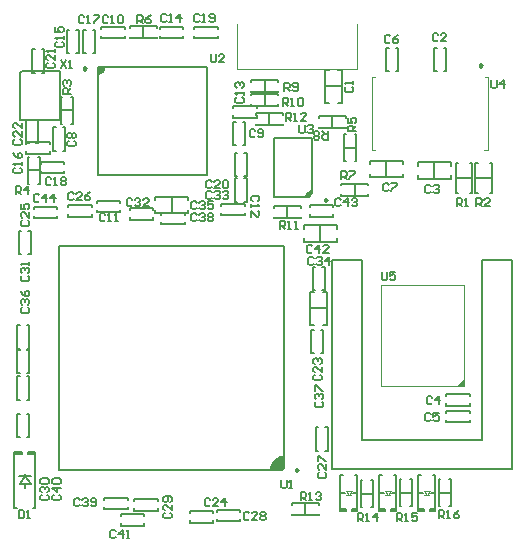
<source format=gto>
%FSLAX25Y25*%
%MOIN*%
G70*
G01*
G75*
%ADD33C,0.01000*%
%ADD34C,0.00591*%
%ADD45C,0.00984*%
%ADD46C,0.00787*%
%ADD47C,0.00394*%
%ADD48C,0.00394*%
%ADD49C,0.00197*%
G36*
X385780Y273268D02*
X383500D01*
X385780Y275547D01*
Y273268D01*
D02*
G37*
G36*
X325812Y249429D02*
X325764Y245880D01*
X325026Y245104D01*
X321571Y245313D01*
X321571Y246673D01*
X324327Y249429D01*
X325812Y249429D01*
D02*
G37*
G36*
X266252Y378429D02*
X265071Y377248D01*
X263890D01*
Y379610D01*
X266252D01*
Y378429D01*
D02*
G37*
G36*
X334118Y336157D02*
X333331D01*
Y336549D01*
X333630Y337273D01*
X334184Y337826D01*
X334908Y338126D01*
X335299D01*
X334118Y336157D01*
D02*
G37*
D33*
X392000Y380000D02*
X391250Y380433D01*
Y379567D01*
X392000Y380000D01*
D34*
X283937Y231532D02*
Y232319D01*
X276063Y231532D02*
X283937D01*
X276063D02*
Y232319D01*
Y234681D02*
Y235469D01*
X283937D01*
Y234681D02*
Y235469D01*
X368000Y233000D02*
X368500D01*
Y242000D01*
X368000D02*
X368500D01*
X364500D02*
X365000D01*
X364500Y233000D02*
Y242000D01*
Y233000D02*
X365000D01*
X364500Y237500D02*
X368500D01*
X381000Y233000D02*
X381500D01*
Y242000D01*
X381000D02*
X381500D01*
X377500D02*
X378000D01*
X377500Y233000D02*
Y242000D01*
Y233000D02*
X378000D01*
X377500Y237500D02*
X381500D01*
X355000Y232736D02*
X355500D01*
Y241736D01*
X355000D02*
X355500D01*
X351500D02*
X352000D01*
X351500Y232736D02*
Y241736D01*
Y232736D02*
X352000D01*
X351500Y237236D02*
X355500D01*
X337500Y233500D02*
Y234000D01*
X328500D02*
X337500D01*
X328500Y233500D02*
Y234000D01*
Y230000D02*
Y230500D01*
Y230000D02*
X337500D01*
Y230500D01*
X333000Y230000D02*
Y234000D01*
X361500Y231500D02*
Y232000D01*
Y231500D02*
X363256D01*
Y232000D01*
X359500Y231500D02*
Y232000D01*
X357744Y231500D02*
X359500D01*
X357744D02*
Y232000D01*
X362500Y243500D02*
X363256D01*
Y231594D02*
Y243500D01*
X361500Y232000D02*
X363256D01*
X357744D02*
X359500D01*
X357744Y231594D02*
Y243500D01*
X358500D01*
X357744Y237500D02*
X359122D01*
X361878D02*
X363256D01*
X348500Y231500D02*
Y232000D01*
Y231500D02*
X350256D01*
Y232000D01*
X346500Y231500D02*
Y232000D01*
X344744Y231500D02*
X346500D01*
X344744D02*
Y232000D01*
X349500Y243500D02*
X350256D01*
Y231594D02*
Y243500D01*
X348500Y232000D02*
X350256D01*
X344744D02*
X346500D01*
X344744Y231594D02*
Y243500D01*
X345500D01*
X344744Y237500D02*
X346122D01*
X348878D02*
X350256D01*
X374500Y231500D02*
Y232000D01*
Y231500D02*
X376256D01*
Y232000D01*
X372500Y231500D02*
Y232000D01*
X370744Y231500D02*
X372500D01*
X370744D02*
Y232000D01*
X375500Y243500D02*
X376256D01*
Y231594D02*
Y243500D01*
X374500Y232000D02*
X376256D01*
X370744D02*
X372500D01*
X370744Y231594D02*
Y243500D01*
X371500D01*
X370744Y237500D02*
X372122D01*
X374878D02*
X376256D01*
X244000Y340500D02*
X244500D01*
Y349500D01*
X244000D02*
X244500D01*
X240500D02*
X241000D01*
X240500Y340500D02*
Y349500D01*
Y340500D02*
X241000D01*
X240500Y345000D02*
X244500D01*
X240063Y353681D02*
Y354468D01*
X247937D01*
Y353681D02*
Y354468D01*
Y350532D02*
Y351319D01*
X240063Y350532D02*
X247937D01*
X240063D02*
Y351319D01*
X256681Y391937D02*
X257469D01*
Y384063D02*
Y391937D01*
X256681Y384063D02*
X257469D01*
X253532D02*
X254319D01*
X253532D02*
Y391937D01*
X254319D01*
X262181D02*
X262968D01*
Y384063D02*
Y391937D01*
X262181Y384063D02*
X262968D01*
X259032D02*
X259819D01*
X259032D02*
Y391937D01*
X259819D01*
X274500Y389000D02*
Y389500D01*
Y389000D02*
X283500D01*
Y389500D01*
Y392500D02*
Y393000D01*
X274500D02*
X283500D01*
X274500Y392500D02*
Y393000D01*
X279000Y389000D02*
Y393000D01*
X309531Y343063D02*
X310319D01*
X309531D02*
Y350937D01*
X310319D01*
X312681D02*
X313469D01*
Y343063D02*
Y350937D01*
X312681Y343063D02*
X313469D01*
X325500Y363500D02*
Y364000D01*
X316500D02*
X325500D01*
X316500Y363500D02*
Y364000D01*
Y360000D02*
Y360500D01*
Y360000D02*
X325500D01*
Y360500D01*
X321000Y360000D02*
Y364000D01*
X346500Y362500D02*
Y363000D01*
X337500D02*
X346500D01*
X337500Y362500D02*
Y363000D01*
Y359000D02*
Y359500D01*
Y359000D02*
X346500D01*
Y359500D01*
X342000Y359000D02*
Y363000D01*
X345000Y336500D02*
Y337000D01*
Y336500D02*
X354000D01*
Y337000D01*
Y340000D02*
Y340500D01*
X345000D02*
X354000D01*
X345000Y340000D02*
Y340500D01*
X349500Y336500D02*
Y340500D01*
Y348000D02*
X350000D01*
Y357000D01*
X349500D02*
X350000D01*
X346000D02*
X346500D01*
X346000Y348000D02*
Y357000D01*
Y348000D02*
X346500D01*
X346000Y352500D02*
X350000D01*
X344075Y367488D02*
X345256D01*
Y378512D01*
X344075D02*
X345256D01*
X339744D02*
X340925D01*
X339744Y367488D02*
Y378512D01*
Y367488D02*
X340925D01*
X339744Y373000D02*
X345256D01*
X379181Y385937D02*
X379969D01*
Y378063D02*
Y385937D01*
X379181Y378063D02*
X379969D01*
X376031D02*
X376819D01*
X376031D02*
Y385937D01*
X376819D01*
X370488Y342244D02*
Y343425D01*
Y342244D02*
X381512D01*
Y343425D01*
Y346575D02*
Y347756D01*
X370488D02*
X381512D01*
X370488Y346575D02*
Y347756D01*
X376000Y342244D02*
Y347756D01*
X387937Y266531D02*
Y267319D01*
X380063Y266531D02*
X387937D01*
X380063D02*
Y267319D01*
Y269681D02*
Y270468D01*
X387937D01*
Y269681D02*
Y270468D01*
X380063Y264181D02*
Y264968D01*
X387937D01*
Y264181D02*
Y264968D01*
Y261032D02*
Y261819D01*
X380063Y261032D02*
X387937D01*
X380063D02*
Y261819D01*
X363181Y385937D02*
X363968D01*
Y378063D02*
Y385937D01*
X363181Y378063D02*
X363968D01*
X360032D02*
X360819D01*
X360032D02*
Y385937D01*
X360819D01*
X354488Y342744D02*
Y343925D01*
Y342744D02*
X365512D01*
Y343925D01*
Y347075D02*
Y348256D01*
X354488D02*
X365512D01*
X354488Y347075D02*
Y348256D01*
X360000Y342744D02*
Y348256D01*
X249031Y351563D02*
X249819D01*
X249031D02*
Y359437D01*
X249819D01*
X252181D02*
X252969D01*
Y351563D02*
Y359437D01*
X252181Y351563D02*
X252969D01*
X312181Y361205D02*
X312968D01*
Y353331D02*
Y361205D01*
X312181Y353331D02*
X312968D01*
X309032D02*
X309819D01*
X309032D02*
Y361205D01*
X309819D01*
X272937Y389032D02*
Y389819D01*
X265063Y389032D02*
X272937D01*
X265063D02*
Y389819D01*
Y392181D02*
Y392969D01*
X272937D01*
Y392181D02*
Y392969D01*
X263563Y334181D02*
Y334968D01*
X271437D01*
Y334181D02*
Y334968D01*
Y331031D02*
Y331819D01*
X263563Y331031D02*
X271437D01*
X263563D02*
Y331819D01*
X309531Y334563D02*
X310319D01*
X309531D02*
Y342437D01*
X310319D01*
X312681D02*
X313469D01*
Y334563D02*
Y342437D01*
X312681Y334563D02*
X313469D01*
X316937Y362531D02*
Y363319D01*
X309063Y362531D02*
X316937D01*
X309063D02*
Y363319D01*
Y365681D02*
Y366469D01*
X316937D01*
Y365681D02*
Y366469D01*
X284563Y392181D02*
Y392969D01*
X292437D01*
Y392181D02*
Y392969D01*
Y389032D02*
Y389819D01*
X284563Y389032D02*
X292437D01*
X284563D02*
Y389819D01*
X296063Y392181D02*
Y392969D01*
X303937D01*
Y392181D02*
Y392969D01*
Y389032D02*
Y389819D01*
X296063Y389032D02*
X303937D01*
X296063D02*
Y389819D01*
X245181Y385437D02*
X245969D01*
Y377563D02*
Y385437D01*
X245181Y377563D02*
X245969D01*
X242032D02*
X242819D01*
X242032D02*
Y385437D01*
X242819D01*
X240032Y354063D02*
X240819D01*
X240032D02*
Y361937D01*
X240819D01*
X243181D02*
X243969D01*
Y354063D02*
Y361937D01*
X243181Y354063D02*
X243969D01*
X339681Y259437D02*
X340469D01*
Y251563D02*
Y259437D01*
X339681Y251563D02*
X340469D01*
X336531D02*
X337319D01*
X336531D02*
Y259437D01*
X337319D01*
X240181Y263937D02*
X240968D01*
Y256063D02*
Y263937D01*
X240181Y256063D02*
X240968D01*
X237032D02*
X237819D01*
X237032D02*
Y263937D01*
X237819D01*
X335531Y305063D02*
X336319D01*
X335531D02*
Y312937D01*
X336319D01*
X338681D02*
X339469D01*
Y305063D02*
Y312937D01*
X338681Y305063D02*
X339469D01*
X343512Y325575D02*
Y326756D01*
X332488D02*
X343512D01*
X332488Y325575D02*
Y326756D01*
Y321244D02*
Y322425D01*
Y321244D02*
X343512D01*
Y322425D01*
X338000Y321244D02*
Y326756D01*
X383244Y347500D02*
X384000D01*
X383244Y337500D02*
Y347500D01*
Y337500D02*
X384000D01*
X388000D02*
X388756D01*
Y347500D01*
X388000D02*
X388756D01*
X383244Y342500D02*
X388756D01*
X389744Y347500D02*
X390500D01*
X389744Y337500D02*
Y347500D01*
Y337500D02*
X390500D01*
X394500D02*
X395256D01*
Y347500D01*
X394500D02*
X395256D01*
X389744Y342500D02*
X395256D01*
X334563Y332681D02*
Y333469D01*
X342437D01*
Y332681D02*
Y333469D01*
Y329532D02*
Y330319D01*
X334563Y329532D02*
X342437D01*
X334563D02*
Y330319D01*
X339075Y293488D02*
X340256D01*
Y304512D01*
X339075D02*
X340256D01*
X334744D02*
X335925D01*
X334744Y293488D02*
Y304512D01*
Y293488D02*
X335925D01*
X334744Y299000D02*
X340256D01*
X338181Y291937D02*
X338968D01*
Y284063D02*
Y291937D01*
X338181Y284063D02*
X338968D01*
X335032D02*
X335819D01*
X335032D02*
Y291937D01*
X335819D01*
X294563Y230681D02*
Y231469D01*
X302437D01*
Y230681D02*
Y231469D01*
Y227532D02*
Y228319D01*
X294563Y227532D02*
X302437D01*
X294563D02*
Y228319D01*
X303563Y231181D02*
Y231968D01*
X311437D01*
Y231181D02*
Y231968D01*
Y228031D02*
Y228819D01*
X303563Y228031D02*
X311437D01*
X303563D02*
Y228819D01*
X266063Y235181D02*
Y235968D01*
X273937D01*
Y235181D02*
Y235968D01*
Y232031D02*
Y232819D01*
X266063Y232031D02*
X273937D01*
X266063D02*
Y232819D01*
X279437Y226532D02*
Y227319D01*
X271563Y226532D02*
X279437D01*
X271563D02*
Y227319D01*
Y229681D02*
Y230469D01*
X279437D01*
Y229681D02*
Y230469D01*
X235894Y232445D02*
X236842D01*
X235894D02*
Y250500D01*
Y251000D01*
X238500D01*
Y250500D02*
Y251000D01*
X235894Y250500D02*
X238500D01*
X240500D02*
X243106D01*
X240500D02*
Y251000D01*
X243106D01*
Y250500D02*
Y251000D01*
Y232445D02*
Y250500D01*
X242158Y232445D02*
X243106D01*
X240681Y324937D02*
X241469D01*
Y317063D02*
Y324937D01*
X240681Y317063D02*
X241469D01*
X237531D02*
X238319D01*
X237531D02*
Y324937D01*
X238319D01*
X237032Y285563D02*
X237819D01*
X237032D02*
Y293437D01*
X237819D01*
X240181D02*
X240968D01*
Y285563D02*
Y293437D01*
X240181Y285563D02*
X240968D01*
X240181Y285205D02*
X240968D01*
Y277331D02*
Y285205D01*
X240181Y277331D02*
X240968D01*
X237032D02*
X237819D01*
X237032D02*
Y285205D01*
X237819D01*
X240181Y276437D02*
X240968D01*
Y268563D02*
Y276437D01*
X240181Y268563D02*
X240968D01*
X237032D02*
X237819D01*
X237032D02*
Y276437D01*
X237819D01*
X322500Y329000D02*
Y329500D01*
Y329000D02*
X331500D01*
Y329500D01*
Y332500D02*
Y333000D01*
X322500D02*
X331500D01*
X322500Y332500D02*
Y333000D01*
X327000Y329000D02*
Y333000D01*
X305063Y333181D02*
Y333968D01*
X312937D01*
Y333181D02*
Y333968D01*
Y330031D02*
Y330819D01*
X305063Y330031D02*
X312937D01*
X305063D02*
Y330819D01*
X255000Y360500D02*
X255500D01*
Y369500D01*
X255000D02*
X255500D01*
X251500D02*
X252000D01*
X251500Y360500D02*
Y369500D01*
Y360500D02*
X252000D01*
X251500Y365000D02*
X255500D01*
X244795Y347181D02*
Y347969D01*
X252669D01*
Y347181D02*
Y347969D01*
Y344032D02*
Y344819D01*
X244795Y344032D02*
X252669D01*
X244795D02*
Y344819D01*
X250437Y329031D02*
Y329819D01*
X242563Y329031D02*
X250437D01*
X242563D02*
Y329819D01*
Y332181D02*
Y332968D01*
X250437D01*
Y332181D02*
Y332968D01*
X261937Y329532D02*
Y330319D01*
X254063Y329532D02*
X261937D01*
X254063D02*
Y330319D01*
Y332681D02*
Y333469D01*
X261937D01*
Y332681D02*
Y333469D01*
X282437Y328532D02*
Y329319D01*
X274563Y328532D02*
X282437D01*
X274563D02*
Y329319D01*
Y331681D02*
Y332469D01*
X282437D01*
Y331681D02*
Y332469D01*
X292937Y327031D02*
Y327819D01*
X285063Y327031D02*
X292937D01*
X285063D02*
Y327819D01*
Y330181D02*
Y330968D01*
X292937D01*
Y330181D02*
Y330968D01*
X282988Y330744D02*
Y331925D01*
Y330744D02*
X294012D01*
Y331925D01*
Y335075D02*
Y336256D01*
X282988D02*
X294012D01*
X282988Y335075D02*
Y336256D01*
X288500Y330744D02*
Y336256D01*
X315000Y366500D02*
Y367000D01*
Y366500D02*
X324000D01*
Y367000D01*
Y370000D02*
Y370500D01*
X315000D02*
X324000D01*
X315000Y370000D02*
Y370500D01*
X319500Y366500D02*
Y370500D01*
X315000Y371000D02*
Y371500D01*
Y371000D02*
X324000D01*
Y371500D01*
Y374500D02*
Y375000D01*
X315000D02*
X324000D01*
X315000Y374500D02*
Y375000D01*
X319500Y371000D02*
Y375000D01*
X286204Y230837D02*
X285745Y230378D01*
Y229459D01*
X286204Y229000D01*
X288041D01*
X288500Y229459D01*
Y230378D01*
X288041Y230837D01*
X288500Y233592D02*
Y231755D01*
X286663Y233592D01*
X286204D01*
X285745Y233133D01*
Y232214D01*
X286204Y231755D01*
X288041Y234510D02*
X288500Y234969D01*
Y235888D01*
X288041Y236347D01*
X286204D01*
X285745Y235888D01*
Y234969D01*
X286204Y234510D01*
X286663D01*
X287123Y234969D01*
Y236347D01*
X377500Y229000D02*
Y231755D01*
X378877D01*
X379337Y231296D01*
Y230378D01*
X378877Y229918D01*
X377500D01*
X378418D02*
X379337Y229000D01*
X380255D02*
X381173D01*
X380714D01*
Y231755D01*
X380255Y231296D01*
X384388Y231755D02*
X383469Y231296D01*
X382551Y230378D01*
Y229459D01*
X383010Y229000D01*
X383928D01*
X384388Y229459D01*
Y229918D01*
X383928Y230378D01*
X382551D01*
X363500Y228000D02*
Y230755D01*
X364878D01*
X365337Y230296D01*
Y229378D01*
X364878Y228918D01*
X363500D01*
X364418D02*
X365337Y228000D01*
X366255D02*
X367173D01*
X366714D01*
Y230755D01*
X366255Y230296D01*
X370388Y230755D02*
X368551D01*
Y229378D01*
X369469Y229837D01*
X369928D01*
X370388Y229378D01*
Y228459D01*
X369928Y228000D01*
X369010D01*
X368551Y228459D01*
X350500Y228000D02*
Y230755D01*
X351877D01*
X352337Y230296D01*
Y229378D01*
X351877Y228918D01*
X350500D01*
X351418D02*
X352337Y228000D01*
X353255D02*
X354173D01*
X353714D01*
Y230755D01*
X353255Y230296D01*
X356928Y228000D02*
Y230755D01*
X355551Y229378D01*
X357388D01*
X331500Y235000D02*
Y237755D01*
X332877D01*
X333337Y237296D01*
Y236378D01*
X332877Y235918D01*
X331500D01*
X332418D02*
X333337Y235000D01*
X334255D02*
X335173D01*
X334714D01*
Y237755D01*
X334255Y237296D01*
X336551D02*
X337010Y237755D01*
X337928D01*
X338388Y237296D01*
Y236837D01*
X337928Y236378D01*
X337469D01*
X337928D01*
X338388Y235918D01*
Y235459D01*
X337928Y235000D01*
X337010D01*
X336551Y235459D01*
X251500Y381755D02*
X253337Y379000D01*
Y381755D02*
X251500Y379000D01*
X254255D02*
X255173D01*
X254714D01*
Y381755D01*
X254255Y381296D01*
X358500Y311255D02*
Y308959D01*
X358959Y308500D01*
X359877D01*
X360337Y308959D01*
Y311255D01*
X363092D02*
X361255D01*
Y309877D01*
X362173Y310337D01*
X362632D01*
X363092Y309877D01*
Y308959D01*
X362632Y308500D01*
X361714D01*
X361255Y308959D01*
X395000Y375255D02*
Y372959D01*
X395459Y372500D01*
X396377D01*
X396837Y372959D01*
Y375255D01*
X399132Y372500D02*
Y375255D01*
X397755Y373878D01*
X399592D01*
X331000Y360255D02*
Y357959D01*
X331459Y357500D01*
X332378D01*
X332837Y357959D01*
Y360255D01*
X333755Y359796D02*
X334214Y360255D01*
X335133D01*
X335592Y359796D01*
Y359337D01*
X335133Y358877D01*
X334673D01*
X335133D01*
X335592Y358418D01*
Y357959D01*
X335133Y357500D01*
X334214D01*
X333755Y357959D01*
X301500Y383755D02*
Y381459D01*
X301959Y381000D01*
X302877D01*
X303337Y381459D01*
Y383755D01*
X306092Y381000D02*
X304255D01*
X306092Y382837D01*
Y383296D01*
X305632Y383755D01*
X304714D01*
X304255Y383296D01*
X325000Y241755D02*
Y239459D01*
X325459Y239000D01*
X326378D01*
X326837Y239459D01*
Y241755D01*
X327755Y239000D02*
X328673D01*
X328214D01*
Y241755D01*
X327755Y241296D01*
X326500Y361500D02*
Y364255D01*
X327877D01*
X328337Y363796D01*
Y362877D01*
X327877Y362418D01*
X326500D01*
X327418D02*
X328337Y361500D01*
X329255D02*
X330173D01*
X329714D01*
Y364255D01*
X329255Y363796D01*
X333388Y361500D02*
X331551D01*
X333388Y363337D01*
Y363796D01*
X332928Y364255D01*
X332010D01*
X331551Y363796D01*
X324500Y325500D02*
Y328255D01*
X325877D01*
X326337Y327796D01*
Y326877D01*
X325877Y326418D01*
X324500D01*
X325418D02*
X326337Y325500D01*
X327255D02*
X328173D01*
X327714D01*
Y328255D01*
X327255Y327796D01*
X329551Y325500D02*
X330469D01*
X330010D01*
Y328255D01*
X329551Y327796D01*
X325500Y366500D02*
Y369255D01*
X326877D01*
X327337Y368796D01*
Y367878D01*
X326877Y367418D01*
X325500D01*
X326418D02*
X327337Y366500D01*
X328255D02*
X329173D01*
X328714D01*
Y369255D01*
X328255Y368796D01*
X330551D02*
X331010Y369255D01*
X331928D01*
X332388Y368796D01*
Y366959D01*
X331928Y366500D01*
X331010D01*
X330551Y366959D01*
Y368796D01*
X326000Y371500D02*
Y374255D01*
X327378D01*
X327837Y373796D01*
Y372878D01*
X327378Y372418D01*
X326000D01*
X326918D02*
X327837Y371500D01*
X328755Y371959D02*
X329214Y371500D01*
X330133D01*
X330592Y371959D01*
Y373796D01*
X330133Y374255D01*
X329214D01*
X328755Y373796D01*
Y373337D01*
X329214Y372878D01*
X330592D01*
X340500Y358000D02*
Y355245D01*
X339123D01*
X338663Y355704D01*
Y356623D01*
X339123Y357082D01*
X340500D01*
X339582D02*
X338663Y358000D01*
X337745Y355704D02*
X337286Y355245D01*
X336368D01*
X335908Y355704D01*
Y356163D01*
X336368Y356623D01*
X335908Y357082D01*
Y357541D01*
X336368Y358000D01*
X337286D01*
X337745Y357541D01*
Y357082D01*
X337286Y356623D01*
X337745Y356163D01*
Y355704D01*
X337286Y356623D02*
X336368D01*
X345000Y342000D02*
Y344755D01*
X346377D01*
X346837Y344296D01*
Y343377D01*
X346377Y342918D01*
X345000D01*
X345918D02*
X346837Y342000D01*
X347755Y344755D02*
X349592D01*
Y344296D01*
X347755Y342459D01*
Y342000D01*
X277000Y394000D02*
Y396755D01*
X278378D01*
X278837Y396296D01*
Y395377D01*
X278378Y394918D01*
X277000D01*
X277918D02*
X278837Y394000D01*
X281592Y396755D02*
X280673Y396296D01*
X279755Y395377D01*
Y394459D01*
X280214Y394000D01*
X281133D01*
X281592Y394459D01*
Y394918D01*
X281133Y395377D01*
X279755D01*
X350000Y358000D02*
X347245D01*
Y359378D01*
X347704Y359837D01*
X348622D01*
X349082Y359378D01*
Y358000D01*
Y358918D02*
X350000Y359837D01*
X347245Y362592D02*
Y360755D01*
X348622D01*
X348163Y361673D01*
Y362133D01*
X348622Y362592D01*
X349541D01*
X350000Y362133D01*
Y361214D01*
X349541Y360755D01*
X236500Y337000D02*
Y339755D01*
X237877D01*
X238337Y339296D01*
Y338377D01*
X237877Y337918D01*
X236500D01*
X237418D02*
X238337Y337000D01*
X240633D02*
Y339755D01*
X239255Y338377D01*
X241092D01*
X255000Y370500D02*
X252245D01*
Y371878D01*
X252704Y372337D01*
X253623D01*
X254082Y371878D01*
Y370500D01*
Y371418D02*
X255000Y372337D01*
X252704Y373255D02*
X252245Y373714D01*
Y374633D01*
X252704Y375092D01*
X253163D01*
X253623Y374633D01*
Y374173D01*
Y374633D01*
X254082Y375092D01*
X254541D01*
X255000Y374633D01*
Y373714D01*
X254541Y373255D01*
X390000Y333000D02*
Y335755D01*
X391377D01*
X391837Y335296D01*
Y334378D01*
X391377Y333918D01*
X390000D01*
X390918D02*
X391837Y333000D01*
X394592D02*
X392755D01*
X394592Y334837D01*
Y335296D01*
X394132Y335755D01*
X393214D01*
X392755Y335296D01*
X383500Y333000D02*
Y335755D01*
X384877D01*
X385337Y335296D01*
Y334378D01*
X384877Y333918D01*
X383500D01*
X384418D02*
X385337Y333000D01*
X386255D02*
X387173D01*
X386714D01*
Y335755D01*
X386255Y335296D01*
X237500Y231755D02*
Y229000D01*
X238878D01*
X239337Y229459D01*
Y231296D01*
X238878Y231755D01*
X237500D01*
X240255Y229000D02*
X241173D01*
X240714D01*
Y231755D01*
X240255Y231296D01*
X244337Y336796D02*
X243878Y337255D01*
X242959D01*
X242500Y336796D01*
Y334959D01*
X242959Y334500D01*
X243878D01*
X244337Y334959D01*
X246633Y334500D02*
Y337255D01*
X245255Y335877D01*
X247092D01*
X249388Y334500D02*
Y337255D01*
X248010Y335877D01*
X249847D01*
X344837Y335296D02*
X344377Y335755D01*
X343459D01*
X343000Y335296D01*
Y333459D01*
X343459Y333000D01*
X344377D01*
X344837Y333459D01*
X347132Y333000D02*
Y335755D01*
X345755Y334378D01*
X347592D01*
X348510Y335296D02*
X348969Y335755D01*
X349888D01*
X350347Y335296D01*
Y334837D01*
X349888Y334378D01*
X349428D01*
X349888D01*
X350347Y333918D01*
Y333459D01*
X349888Y333000D01*
X348969D01*
X348510Y333459D01*
X335337Y319796D02*
X334877Y320255D01*
X333959D01*
X333500Y319796D01*
Y317959D01*
X333959Y317500D01*
X334877D01*
X335337Y317959D01*
X337632Y317500D02*
Y320255D01*
X336255Y318878D01*
X338092D01*
X340847Y317500D02*
X339010D01*
X340847Y319337D01*
Y319796D01*
X340388Y320255D01*
X339469D01*
X339010Y319796D01*
X269837Y224796D02*
X269377Y225255D01*
X268459D01*
X268000Y224796D01*
Y222959D01*
X268459Y222500D01*
X269377D01*
X269837Y222959D01*
X272132Y222500D02*
Y225255D01*
X270755Y223878D01*
X272592D01*
X273510Y222500D02*
X274428D01*
X273969D01*
Y225255D01*
X273510Y224796D01*
X249204Y236837D02*
X248745Y236378D01*
Y235459D01*
X249204Y235000D01*
X251041D01*
X251500Y235459D01*
Y236378D01*
X251041Y236837D01*
X251500Y239132D02*
X248745D01*
X250122Y237755D01*
Y239592D01*
X249204Y240510D02*
X248745Y240969D01*
Y241888D01*
X249204Y242347D01*
X251041D01*
X251500Y241888D01*
Y240969D01*
X251041Y240510D01*
X249204D01*
X257837Y235296D02*
X257378Y235755D01*
X256459D01*
X256000Y235296D01*
Y233459D01*
X256459Y233000D01*
X257378D01*
X257837Y233459D01*
X258755Y235296D02*
X259214Y235755D01*
X260133D01*
X260592Y235296D01*
Y234837D01*
X260133Y234378D01*
X259673D01*
X260133D01*
X260592Y233918D01*
Y233459D01*
X260133Y233000D01*
X259214D01*
X258755Y233459D01*
X261510D02*
X261969Y233000D01*
X262888D01*
X263347Y233459D01*
Y235296D01*
X262888Y235755D01*
X261969D01*
X261510Y235296D01*
Y234837D01*
X261969Y234378D01*
X263347D01*
X296837Y330296D02*
X296377Y330755D01*
X295459D01*
X295000Y330296D01*
Y328459D01*
X295459Y328000D01*
X296377D01*
X296837Y328459D01*
X297755Y330296D02*
X298214Y330755D01*
X299132D01*
X299592Y330296D01*
Y329837D01*
X299132Y329378D01*
X298673D01*
X299132D01*
X299592Y328918D01*
Y328459D01*
X299132Y328000D01*
X298214D01*
X297755Y328459D01*
X300510Y330296D02*
X300969Y330755D01*
X301888D01*
X302347Y330296D01*
Y329837D01*
X301888Y329378D01*
X302347Y328918D01*
Y328459D01*
X301888Y328000D01*
X300969D01*
X300510Y328459D01*
Y328918D01*
X300969Y329378D01*
X300510Y329837D01*
Y330296D01*
X300969Y329378D02*
X301888D01*
X336704Y267837D02*
X336245Y267377D01*
Y266459D01*
X336704Y266000D01*
X338541D01*
X339000Y266459D01*
Y267377D01*
X338541Y267837D01*
X336704Y268755D02*
X336245Y269214D01*
Y270132D01*
X336704Y270592D01*
X337163D01*
X337622Y270132D01*
Y269673D01*
Y270132D01*
X338082Y270592D01*
X338541D01*
X339000Y270132D01*
Y269214D01*
X338541Y268755D01*
X336245Y271510D02*
Y273347D01*
X336704D01*
X338541Y271510D01*
X339000D01*
X238704Y299337D02*
X238245Y298878D01*
Y297959D01*
X238704Y297500D01*
X240541D01*
X241000Y297959D01*
Y298878D01*
X240541Y299337D01*
X238704Y300255D02*
X238245Y300714D01*
Y301632D01*
X238704Y302092D01*
X239163D01*
X239622Y301632D01*
Y301173D01*
Y301632D01*
X240082Y302092D01*
X240541D01*
X241000Y301632D01*
Y300714D01*
X240541Y300255D01*
X238245Y304847D02*
X238704Y303928D01*
X239622Y303010D01*
X240541D01*
X241000Y303469D01*
Y304388D01*
X240541Y304847D01*
X240082D01*
X239622Y304388D01*
Y303010D01*
X296837Y334296D02*
X296377Y334755D01*
X295459D01*
X295000Y334296D01*
Y332459D01*
X295459Y332000D01*
X296377D01*
X296837Y332459D01*
X297755Y334296D02*
X298214Y334755D01*
X299132D01*
X299592Y334296D01*
Y333837D01*
X299132Y333378D01*
X298673D01*
X299132D01*
X299592Y332918D01*
Y332459D01*
X299132Y332000D01*
X298214D01*
X297755Y332459D01*
X302347Y334755D02*
X300510D01*
Y333378D01*
X301428Y333837D01*
X301888D01*
X302347Y333378D01*
Y332459D01*
X301888Y332000D01*
X300969D01*
X300510Y332459D01*
X335837Y315796D02*
X335378Y316255D01*
X334459D01*
X334000Y315796D01*
Y313959D01*
X334459Y313500D01*
X335378D01*
X335837Y313959D01*
X336755Y315796D02*
X337214Y316255D01*
X338133D01*
X338592Y315796D01*
Y315337D01*
X338133Y314878D01*
X337673D01*
X338133D01*
X338592Y314418D01*
Y313959D01*
X338133Y313500D01*
X337214D01*
X336755Y313959D01*
X340888Y313500D02*
Y316255D01*
X339510Y314878D01*
X341347D01*
X301837Y337796D02*
X301378Y338255D01*
X300459D01*
X300000Y337796D01*
Y335959D01*
X300459Y335500D01*
X301378D01*
X301837Y335959D01*
X302755Y337796D02*
X303214Y338255D01*
X304133D01*
X304592Y337796D01*
Y337337D01*
X304133Y336877D01*
X303673D01*
X304133D01*
X304592Y336418D01*
Y335959D01*
X304133Y335500D01*
X303214D01*
X302755Y335959D01*
X305510Y337796D02*
X305969Y338255D01*
X306888D01*
X307347Y337796D01*
Y337337D01*
X306888Y336877D01*
X306428D01*
X306888D01*
X307347Y336418D01*
Y335959D01*
X306888Y335500D01*
X305969D01*
X305510Y335959D01*
X275337Y335296D02*
X274878Y335755D01*
X273959D01*
X273500Y335296D01*
Y333459D01*
X273959Y333000D01*
X274878D01*
X275337Y333459D01*
X276255Y335296D02*
X276714Y335755D01*
X277632D01*
X278092Y335296D01*
Y334837D01*
X277632Y334378D01*
X277173D01*
X277632D01*
X278092Y333918D01*
Y333459D01*
X277632Y333000D01*
X276714D01*
X276255Y333459D01*
X280847Y333000D02*
X279010D01*
X280847Y334837D01*
Y335296D01*
X280388Y335755D01*
X279469D01*
X279010Y335296D01*
X238704Y309837D02*
X238245Y309378D01*
Y308459D01*
X238704Y308000D01*
X240541D01*
X241000Y308459D01*
Y309378D01*
X240541Y309837D01*
X238704Y310755D02*
X238245Y311214D01*
Y312133D01*
X238704Y312592D01*
X239163D01*
X239622Y312133D01*
Y311673D01*
Y312133D01*
X240082Y312592D01*
X240541D01*
X241000Y312133D01*
Y311214D01*
X240541Y310755D01*
X241000Y313510D02*
Y314428D01*
Y313969D01*
X238245D01*
X238704Y313510D01*
X245204Y236837D02*
X244745Y236378D01*
Y235459D01*
X245204Y235000D01*
X247041D01*
X247500Y235459D01*
Y236378D01*
X247041Y236837D01*
X245204Y237755D02*
X244745Y238214D01*
Y239132D01*
X245204Y239592D01*
X245663D01*
X246123Y239132D01*
Y238673D01*
Y239132D01*
X246582Y239592D01*
X247041D01*
X247500Y239132D01*
Y238214D01*
X247041Y237755D01*
X245204Y240510D02*
X244745Y240969D01*
Y241888D01*
X245204Y242347D01*
X247041D01*
X247500Y241888D01*
Y240969D01*
X247041Y240510D01*
X245204D01*
X314337Y230796D02*
X313878Y231255D01*
X312959D01*
X312500Y230796D01*
Y228959D01*
X312959Y228500D01*
X313878D01*
X314337Y228959D01*
X317092Y228500D02*
X315255D01*
X317092Y230337D01*
Y230796D01*
X316633Y231255D01*
X315714D01*
X315255Y230796D01*
X318010D02*
X318469Y231255D01*
X319388D01*
X319847Y230796D01*
Y230337D01*
X319388Y229877D01*
X319847Y229418D01*
Y228959D01*
X319388Y228500D01*
X318469D01*
X318010Y228959D01*
Y229418D01*
X318469Y229877D01*
X318010Y230337D01*
Y230796D01*
X318469Y229877D02*
X319388D01*
X337704Y244337D02*
X337245Y243878D01*
Y242959D01*
X337704Y242500D01*
X339541D01*
X340000Y242959D01*
Y243878D01*
X339541Y244337D01*
X340000Y247092D02*
Y245255D01*
X338163Y247092D01*
X337704D01*
X337245Y246633D01*
Y245714D01*
X337704Y245255D01*
X337245Y248010D02*
Y249847D01*
X337704D01*
X339541Y248010D01*
X340000D01*
X255837Y337296D02*
X255378Y337755D01*
X254459D01*
X254000Y337296D01*
Y335459D01*
X254459Y335000D01*
X255378D01*
X255837Y335459D01*
X258592Y335000D02*
X256755D01*
X258592Y336837D01*
Y337296D01*
X258133Y337755D01*
X257214D01*
X256755Y337296D01*
X261347Y337755D02*
X260428Y337296D01*
X259510Y336378D01*
Y335459D01*
X259969Y335000D01*
X260888D01*
X261347Y335459D01*
Y335918D01*
X260888Y336378D01*
X259510D01*
X238704Y328337D02*
X238245Y327877D01*
Y326959D01*
X238704Y326500D01*
X240541D01*
X241000Y326959D01*
Y327877D01*
X240541Y328337D01*
X241000Y331092D02*
Y329255D01*
X239163Y331092D01*
X238704D01*
X238245Y330632D01*
Y329714D01*
X238704Y329255D01*
X238245Y333847D02*
Y332010D01*
X239622D01*
X239163Y332928D01*
Y333388D01*
X239622Y333847D01*
X240541D01*
X241000Y333388D01*
Y332469D01*
X240541Y332010D01*
X301337Y235296D02*
X300877Y235755D01*
X299959D01*
X299500Y235296D01*
Y233459D01*
X299959Y233000D01*
X300877D01*
X301337Y233459D01*
X304092Y233000D02*
X302255D01*
X304092Y234837D01*
Y235296D01*
X303632Y235755D01*
X302714D01*
X302255Y235296D01*
X306388Y233000D02*
Y235755D01*
X305010Y234378D01*
X306847D01*
X336204Y276837D02*
X335745Y276378D01*
Y275459D01*
X336204Y275000D01*
X338041D01*
X338500Y275459D01*
Y276378D01*
X338041Y276837D01*
X338500Y279592D02*
Y277755D01*
X336663Y279592D01*
X336204D01*
X335745Y279133D01*
Y278214D01*
X336204Y277755D01*
Y280510D02*
X335745Y280969D01*
Y281888D01*
X336204Y282347D01*
X336663D01*
X337123Y281888D01*
Y281428D01*
Y281888D01*
X337582Y282347D01*
X338041D01*
X338500Y281888D01*
Y280969D01*
X338041Y280510D01*
X236204Y355337D02*
X235745Y354877D01*
Y353959D01*
X236204Y353500D01*
X238041D01*
X238500Y353959D01*
Y354877D01*
X238041Y355337D01*
X238500Y358092D02*
Y356255D01*
X236663Y358092D01*
X236204D01*
X235745Y357632D01*
Y356714D01*
X236204Y356255D01*
X238500Y360847D02*
Y359010D01*
X236663Y360847D01*
X236204D01*
X235745Y360388D01*
Y359469D01*
X236204Y359010D01*
X247204Y380837D02*
X246745Y380378D01*
Y379459D01*
X247204Y379000D01*
X249041D01*
X249500Y379459D01*
Y380378D01*
X249041Y380837D01*
X249500Y383592D02*
Y381755D01*
X247663Y383592D01*
X247204D01*
X246745Y383133D01*
Y382214D01*
X247204Y381755D01*
X249500Y384510D02*
Y385428D01*
Y384969D01*
X246745D01*
X247204Y384510D01*
X301837Y341296D02*
X301378Y341755D01*
X300459D01*
X300000Y341296D01*
Y339459D01*
X300459Y339000D01*
X301378D01*
X301837Y339459D01*
X304592Y339000D02*
X302755D01*
X304592Y340837D01*
Y341296D01*
X304133Y341755D01*
X303214D01*
X302755Y341296D01*
X305510D02*
X305969Y341755D01*
X306888D01*
X307347Y341296D01*
Y339459D01*
X306888Y339000D01*
X305969D01*
X305510Y339459D01*
Y341296D01*
X297837Y396796D02*
X297377Y397255D01*
X296459D01*
X296000Y396796D01*
Y394959D01*
X296459Y394500D01*
X297377D01*
X297837Y394959D01*
X298755Y394500D02*
X299673D01*
X299214D01*
Y397255D01*
X298755Y396796D01*
X301051Y394959D02*
X301510Y394500D01*
X302428D01*
X302888Y394959D01*
Y396796D01*
X302428Y397255D01*
X301510D01*
X301051Y396796D01*
Y396337D01*
X301510Y395878D01*
X302888D01*
X248337Y342296D02*
X247878Y342755D01*
X246959D01*
X246500Y342296D01*
Y340459D01*
X246959Y340000D01*
X247878D01*
X248337Y340459D01*
X249255Y340000D02*
X250173D01*
X249714D01*
Y342755D01*
X249255Y342296D01*
X251551D02*
X252010Y342755D01*
X252928D01*
X253388Y342296D01*
Y341837D01*
X252928Y341377D01*
X253388Y340918D01*
Y340459D01*
X252928Y340000D01*
X252010D01*
X251551Y340459D01*
Y340918D01*
X252010Y341377D01*
X251551Y341837D01*
Y342296D01*
X252010Y341377D02*
X252928D01*
X259337Y396296D02*
X258877Y396755D01*
X257959D01*
X257500Y396296D01*
Y394459D01*
X257959Y394000D01*
X258877D01*
X259337Y394459D01*
X260255Y394000D02*
X261173D01*
X260714D01*
Y396755D01*
X260255Y396296D01*
X262551Y396755D02*
X264388D01*
Y396296D01*
X262551Y394459D01*
Y394000D01*
X236204Y345837D02*
X235745Y345377D01*
Y344459D01*
X236204Y344000D01*
X238041D01*
X238500Y344459D01*
Y345377D01*
X238041Y345837D01*
X238500Y346755D02*
Y347673D01*
Y347214D01*
X235745D01*
X236204Y346755D01*
X235745Y350888D02*
X236204Y349969D01*
X237123Y349051D01*
X238041D01*
X238500Y349510D01*
Y350428D01*
X238041Y350888D01*
X237582D01*
X237123Y350428D01*
Y349051D01*
X250204Y387837D02*
X249745Y387378D01*
Y386459D01*
X250204Y386000D01*
X252041D01*
X252500Y386459D01*
Y387378D01*
X252041Y387837D01*
X252500Y388755D02*
Y389673D01*
Y389214D01*
X249745D01*
X250204Y388755D01*
X249745Y392888D02*
Y391051D01*
X251122D01*
X250663Y391969D01*
Y392428D01*
X251122Y392888D01*
X252041D01*
X252500Y392428D01*
Y391510D01*
X252041Y391051D01*
X286837Y396796D02*
X286378Y397255D01*
X285459D01*
X285000Y396796D01*
Y394959D01*
X285459Y394500D01*
X286378D01*
X286837Y394959D01*
X287755Y394500D02*
X288673D01*
X288214D01*
Y397255D01*
X287755Y396796D01*
X291428Y394500D02*
Y397255D01*
X290051Y395878D01*
X291888D01*
X310204Y369337D02*
X309745Y368878D01*
Y367959D01*
X310204Y367500D01*
X312041D01*
X312500Y367959D01*
Y368878D01*
X312041Y369337D01*
X312500Y370255D02*
Y371173D01*
Y370714D01*
X309745D01*
X310204Y370255D01*
Y372551D02*
X309745Y373010D01*
Y373928D01*
X310204Y374388D01*
X310663D01*
X311122Y373928D01*
Y373469D01*
Y373928D01*
X311582Y374388D01*
X312041D01*
X312500Y373928D01*
Y373010D01*
X312041Y372551D01*
X317296Y334663D02*
X317755Y335122D01*
Y336041D01*
X317296Y336500D01*
X315459D01*
X315000Y336041D01*
Y335122D01*
X315459Y334663D01*
X315000Y333745D02*
Y332827D01*
Y333286D01*
X317755D01*
X317296Y333745D01*
X315000Y329612D02*
Y331449D01*
X316837Y329612D01*
X317296D01*
X317755Y330072D01*
Y330990D01*
X317296Y331449D01*
X266337Y330296D02*
X265878Y330755D01*
X264959D01*
X264500Y330296D01*
Y328459D01*
X264959Y328000D01*
X265878D01*
X266337Y328459D01*
X267255Y328000D02*
X268173D01*
X267714D01*
Y330755D01*
X267255Y330296D01*
X269551Y328000D02*
X270469D01*
X270010D01*
Y330755D01*
X269551Y330296D01*
X267337Y396296D02*
X266878Y396755D01*
X265959D01*
X265500Y396296D01*
Y394459D01*
X265959Y394000D01*
X266878D01*
X267337Y394459D01*
X268255Y394000D02*
X269173D01*
X268714D01*
Y396755D01*
X268255Y396296D01*
X270551D02*
X271010Y396755D01*
X271928D01*
X272388Y396296D01*
Y394459D01*
X271928Y394000D01*
X271010D01*
X270551Y394459D01*
Y396296D01*
X316337Y358296D02*
X315878Y358755D01*
X314959D01*
X314500Y358296D01*
Y356459D01*
X314959Y356000D01*
X315878D01*
X316337Y356459D01*
X317255D02*
X317714Y356000D01*
X318633D01*
X319092Y356459D01*
Y358296D01*
X318633Y358755D01*
X317714D01*
X317255Y358296D01*
Y357837D01*
X317714Y357378D01*
X319092D01*
X254204Y354837D02*
X253745Y354378D01*
Y353459D01*
X254204Y353000D01*
X256041D01*
X256500Y353459D01*
Y354378D01*
X256041Y354837D01*
X254204Y355755D02*
X253745Y356214D01*
Y357133D01*
X254204Y357592D01*
X254663D01*
X255122Y357133D01*
X255582Y357592D01*
X256041D01*
X256500Y357133D01*
Y356214D01*
X256041Y355755D01*
X255582D01*
X255122Y356214D01*
X254663Y355755D01*
X254204D01*
X255122Y356214D02*
Y357133D01*
X360837Y340296D02*
X360378Y340755D01*
X359459D01*
X359000Y340296D01*
Y338459D01*
X359459Y338000D01*
X360378D01*
X360837Y338459D01*
X361755Y340755D02*
X363592D01*
Y340296D01*
X361755Y338459D01*
Y338000D01*
X361337Y389796D02*
X360877Y390255D01*
X359959D01*
X359500Y389796D01*
Y387959D01*
X359959Y387500D01*
X360877D01*
X361337Y387959D01*
X364092Y390255D02*
X363173Y389796D01*
X362255Y388878D01*
Y387959D01*
X362714Y387500D01*
X363632D01*
X364092Y387959D01*
Y388418D01*
X363632Y388878D01*
X362255D01*
X374837Y263796D02*
X374377Y264255D01*
X373459D01*
X373000Y263796D01*
Y261959D01*
X373459Y261500D01*
X374377D01*
X374837Y261959D01*
X377592Y264255D02*
X375755D01*
Y262877D01*
X376673Y263337D01*
X377133D01*
X377592Y262877D01*
Y261959D01*
X377133Y261500D01*
X376214D01*
X375755Y261959D01*
X375337Y269296D02*
X374878Y269755D01*
X373959D01*
X373500Y269296D01*
Y267459D01*
X373959Y267000D01*
X374878D01*
X375337Y267459D01*
X377632Y267000D02*
Y269755D01*
X376255Y268377D01*
X378092D01*
X374837Y339796D02*
X374377Y340255D01*
X373459D01*
X373000Y339796D01*
Y337959D01*
X373459Y337500D01*
X374377D01*
X374837Y337959D01*
X375755Y339796D02*
X376214Y340255D01*
X377133D01*
X377592Y339796D01*
Y339337D01*
X377133Y338878D01*
X376673D01*
X377133D01*
X377592Y338418D01*
Y337959D01*
X377133Y337500D01*
X376214D01*
X375755Y337959D01*
X377337Y390296D02*
X376877Y390755D01*
X375959D01*
X375500Y390296D01*
Y388459D01*
X375959Y388000D01*
X376877D01*
X377337Y388459D01*
X380092Y388000D02*
X378255D01*
X380092Y389837D01*
Y390296D01*
X379632Y390755D01*
X378714D01*
X378255Y390296D01*
X346704Y372837D02*
X346245Y372377D01*
Y371459D01*
X346704Y371000D01*
X348541D01*
X349000Y371459D01*
Y372377D01*
X348541Y372837D01*
X349000Y373755D02*
Y374673D01*
Y374214D01*
X346245D01*
X346704Y373755D01*
D45*
X259854Y379020D02*
X259116Y379446D01*
Y378593D01*
X259854Y379020D01*
X340220Y335154D02*
X339482Y335580D01*
Y334727D01*
X340220Y335154D01*
X330724Y245098D02*
X329986Y245525D01*
Y244672D01*
X330724Y245098D01*
D46*
X263890Y377248D02*
X264794Y377428D01*
X265560Y377940D01*
X266072Y378706D01*
X266252Y379610D01*
X335299Y338126D02*
X334315Y337862D01*
X333594Y337142D01*
X333331Y336157D01*
X325902Y249429D02*
X324938Y249321D01*
X324023Y249000D01*
X323201Y248484D01*
X322516Y247799D01*
X322000Y246977D01*
X321679Y246062D01*
X321571Y245098D01*
X263890Y343390D02*
X300110D01*
X263890Y379610D02*
X300110D01*
Y343390D02*
Y379610D01*
X263890Y343390D02*
Y379610D01*
X392000Y315063D02*
X402000D01*
X392000Y255063D02*
Y315063D01*
X402000Y255063D02*
Y315063D01*
X342000D02*
X352000D01*
Y255063D02*
Y315063D01*
X342000Y255063D02*
Y315063D01*
X402000Y245563D02*
Y255563D01*
X342000Y245563D02*
Y255563D01*
Y245563D02*
X402000D01*
X322701Y355842D02*
X335299D01*
X322701Y336157D02*
Y355842D01*
Y336157D02*
X334118D01*
X335299Y337339D01*
Y355842D01*
X237807Y361732D02*
Y374331D01*
Y361732D02*
X251193D01*
Y378268D01*
X238595D02*
X251193D01*
X237807Y377480D02*
X238595Y378268D01*
X237807Y374331D02*
Y377480D01*
X239500Y239138D02*
Y240319D01*
Y243075D02*
Y243862D01*
X237925Y240319D02*
X241469D01*
X239500Y243075D02*
X241469Y240319D01*
X237925D02*
X239500Y243075D01*
X237531D02*
X241469D01*
X251098Y319902D02*
X325902D01*
X251098Y245098D02*
Y319902D01*
Y245098D02*
X325114D01*
X325902Y245886D01*
Y319902D01*
X352000Y255000D02*
X392000D01*
D47*
X237610Y378661D02*
D03*
D48*
X360500Y236811D02*
X361484Y238189D01*
X360500D02*
X361484D01*
X360500Y236811D02*
X361386D01*
X359614D02*
X360500D01*
X359516Y238189D02*
X360500D01*
X359516D02*
X360500Y236811D01*
X347500D02*
X348484Y238189D01*
X347500D02*
X348484D01*
X347500Y236811D02*
X348386D01*
X346614D02*
X347500D01*
X346516Y238189D02*
X347500D01*
X346516D02*
X347500Y236811D01*
X373500D02*
X374484Y238189D01*
X373500D02*
X374484D01*
X373500Y236811D02*
X374386D01*
X372614D02*
X373500D01*
X372516Y238189D02*
X373500D01*
X372516D02*
X373500Y236811D01*
X350224Y378961D02*
Y393961D01*
X312724Y378961D02*
X350224D01*
X310224D02*
X312724D01*
X310224D02*
Y393961D01*
X393791Y351795D02*
Y376205D01*
X355209Y351795D02*
Y376205D01*
X392705Y351795D02*
X393791D01*
X392795Y376205D02*
X393791D01*
X355209Y351795D02*
X356295D01*
X355209Y376205D02*
X356205D01*
X358221Y273268D02*
X385780D01*
X358221Y306732D02*
X385780D01*
Y273268D02*
Y306732D01*
X358221Y273268D02*
Y306732D01*
D49*
X385780Y275547D02*
Y276000D01*
X383500Y273268D02*
X385780Y275547D01*
M02*

</source>
